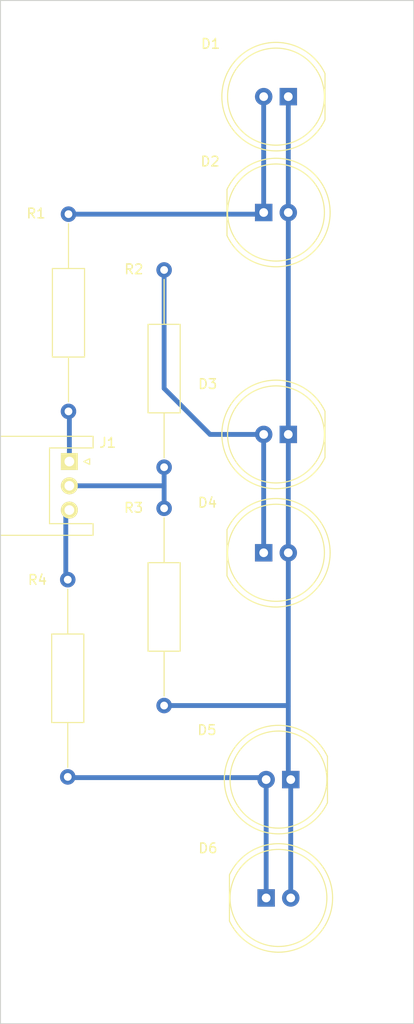
<source format=kicad_pcb>
(kicad_pcb (version 4) (host pcbnew 4.0.7)

  (general
    (links 16)
    (no_connects 1)
    (area 116.741 56.337999 163.626001 161.848001)
    (thickness 1.6)
    (drawings 5)
    (tracks 31)
    (zones 0)
    (modules 11)
    (nets 8)
  )

  (page A4)
  (layers
    (0 F.Cu signal hide)
    (31 B.Cu signal)
    (33 F.Adhes user)
    (35 F.Paste user)
    (37 F.SilkS user)
    (39 F.Mask user)
    (40 Dwgs.User user)
    (41 Cmts.User user)
    (42 Eco1.User user)
    (43 Eco2.User user)
    (44 Edge.Cuts user)
    (45 Margin user)
    (47 F.CrtYd user)
    (49 F.Fab user)
  )

  (setup
    (last_trace_width 0.5)
    (trace_clearance 0.2)
    (zone_clearance 0.508)
    (zone_45_only no)
    (trace_min 0.2)
    (segment_width 0.2)
    (edge_width 0.1)
    (via_size 0.6)
    (via_drill 0.4)
    (via_min_size 0.4)
    (via_min_drill 0.3)
    (uvia_size 0.3)
    (uvia_drill 0.1)
    (uvias_allowed no)
    (uvia_min_size 0.2)
    (uvia_min_drill 0.1)
    (pcb_text_width 0.3)
    (pcb_text_size 1.5 1.5)
    (mod_edge_width 0.15)
    (mod_text_size 1 1)
    (mod_text_width 0.15)
    (pad_size 1.5 1.5)
    (pad_drill 0.6)
    (pad_to_mask_clearance 0)
    (aux_axis_origin 0 0)
    (visible_elements 7FFFFFFF)
    (pcbplotparams
      (layerselection 0x00030_80000001)
      (usegerberextensions false)
      (excludeedgelayer true)
      (linewidth 0.100000)
      (plotframeref false)
      (viasonmask false)
      (mode 1)
      (useauxorigin false)
      (hpglpennumber 1)
      (hpglpenspeed 20)
      (hpglpendiameter 15)
      (hpglpenoverlay 2)
      (psnegative false)
      (psa4output false)
      (plotreference true)
      (plotvalue true)
      (plotinvisibletext false)
      (padsonsilk false)
      (subtractmaskfromsilk false)
      (outputformat 1)
      (mirror false)
      (drillshape 1)
      (scaleselection 1)
      (outputdirectory ""))
  )

  (net 0 "")
  (net 1 "Net-(D1-Pad1)")
  (net 2 "Net-(D1-Pad2)")
  (net 3 "Net-(D3-Pad2)")
  (net 4 "Net-(D5-Pad2)")
  (net 5 "Net-(J1-Pad1)")
  (net 6 "Net-(J1-Pad2)")
  (net 7 "Net-(J1-Pad3)")

  (net_class Default "Esta é a classe de net default."
    (clearance 0.2)
    (trace_width 0.5)
    (via_dia 0.6)
    (via_drill 0.4)
    (uvia_dia 0.3)
    (uvia_drill 0.1)
    (add_net "Net-(D1-Pad1)")
    (add_net "Net-(D1-Pad2)")
    (add_net "Net-(D3-Pad2)")
    (add_net "Net-(D5-Pad2)")
    (add_net "Net-(J1-Pad1)")
    (add_net "Net-(J1-Pad2)")
    (add_net "Net-(J1-Pad3)")
  )

  (module LEDs:LED_D10.0mm (layer F.Cu) (tedit 5C74A7CB) (tstamp 5C7499C2)
    (at 150.622 66.294 180)
    (descr "LED, diameter 10.0mm, 2 pins, http://cdn-reichelt.de/documents/datenblatt/A500/LED10-4500RT%23KIN.pdf")
    (tags "LED diameter 10.0mm 2 pins")
    (path /5C746191)
    (fp_text reference D1 (at 8.022 5.444 180) (layer F.SilkS)
      (effects (font (size 1 1) (thickness 0.15)))
    )
    (fp_text value LED (at -6.278 -5.281 180) (layer F.Fab)
      (effects (font (size 1 1) (thickness 0.15)))
    )
    (fp_arc (start 1.27 0) (end -3.73 -2.291288) (angle 310.8) (layer F.Fab) (width 0.1))
    (fp_arc (start 1.27 0) (end -3.79 -2.375816) (angle 154.8) (layer F.SilkS) (width 0.12))
    (fp_arc (start 1.27 0) (end -3.79 2.375816) (angle -154.8) (layer F.SilkS) (width 0.12))
    (fp_circle (center 1.27 0) (end 6.27 0) (layer F.Fab) (width 0.1))
    (fp_circle (center 1.27 0) (end 6.27 0) (layer F.SilkS) (width 0.12))
    (fp_line (start -3.73 -2.291288) (end -3.73 2.291288) (layer F.Fab) (width 0.1))
    (fp_line (start -3.79 -2.376) (end -3.79 2.376) (layer F.SilkS) (width 0.12))
    (fp_line (start -4.55 -5.85) (end -4.55 5.85) (layer F.CrtYd) (width 0.05))
    (fp_line (start -4.55 5.85) (end 7.1 5.85) (layer F.CrtYd) (width 0.05))
    (fp_line (start 7.1 5.85) (end 7.1 -5.85) (layer F.CrtYd) (width 0.05))
    (fp_line (start 7.1 -5.85) (end -4.55 -5.85) (layer F.CrtYd) (width 0.05))
    (pad 1 thru_hole rect (at 0 0 180) (size 1.8 1.8) (drill 0.9) (layers *.Cu *.Mask)
      (net 1 "Net-(D1-Pad1)"))
    (pad 2 thru_hole circle (at 2.54 0 180) (size 1.8 1.8) (drill 0.9) (layers *.Cu *.Mask)
      (net 2 "Net-(D1-Pad2)"))
    (model ${KISYS3DMOD}/LEDs.3dshapes/LED_D10.0mm.wrl
      (at (xyz 0 0 0))
      (scale (xyz 0.393701 0.393701 0.393701))
      (rotate (xyz 0 0 0))
    )
  )

  (module LEDs:LED_D10.0mm (layer F.Cu) (tedit 5C74A7D7) (tstamp 5C7499D3)
    (at 148.082 78.232)
    (descr "LED, diameter 10.0mm, 2 pins, http://cdn-reichelt.de/documents/datenblatt/A500/LED10-4500RT%23KIN.pdf")
    (tags "LED diameter 10.0mm 2 pins")
    (path /5C74622E)
    (fp_text reference D2 (at -5.532 -5.257) (layer F.SilkS)
      (effects (font (size 1 1) (thickness 0.15)))
    )
    (fp_text value LED (at 8.668 5.418) (layer F.Fab)
      (effects (font (size 1 1) (thickness 0.15)))
    )
    (fp_arc (start 1.27 0) (end -3.73 -2.291288) (angle 310.8) (layer F.Fab) (width 0.1))
    (fp_arc (start 1.27 0) (end -3.79 -2.375816) (angle 154.8) (layer F.SilkS) (width 0.12))
    (fp_arc (start 1.27 0) (end -3.79 2.375816) (angle -154.8) (layer F.SilkS) (width 0.12))
    (fp_circle (center 1.27 0) (end 6.27 0) (layer F.Fab) (width 0.1))
    (fp_circle (center 1.27 0) (end 6.27 0) (layer F.SilkS) (width 0.12))
    (fp_line (start -3.73 -2.291288) (end -3.73 2.291288) (layer F.Fab) (width 0.1))
    (fp_line (start -3.79 -2.376) (end -3.79 2.376) (layer F.SilkS) (width 0.12))
    (fp_line (start -4.55 -5.85) (end -4.55 5.85) (layer F.CrtYd) (width 0.05))
    (fp_line (start -4.55 5.85) (end 7.1 5.85) (layer F.CrtYd) (width 0.05))
    (fp_line (start 7.1 5.85) (end 7.1 -5.85) (layer F.CrtYd) (width 0.05))
    (fp_line (start 7.1 -5.85) (end -4.55 -5.85) (layer F.CrtYd) (width 0.05))
    (pad 1 thru_hole rect (at 0 0) (size 1.8 1.8) (drill 0.9) (layers *.Cu *.Mask)
      (net 2 "Net-(D1-Pad2)"))
    (pad 2 thru_hole circle (at 2.54 0) (size 1.8 1.8) (drill 0.9) (layers *.Cu *.Mask)
      (net 1 "Net-(D1-Pad1)"))
    (model ${KISYS3DMOD}/LEDs.3dshapes/LED_D10.0mm.wrl
      (at (xyz 0 0 0))
      (scale (xyz 0.393701 0.393701 0.393701))
      (rotate (xyz 0 0 0))
    )
  )

  (module LEDs:LED_D10.0mm (layer F.Cu) (tedit 5C74A80F) (tstamp 5C7499E4)
    (at 150.622 101.092 180)
    (descr "LED, diameter 10.0mm, 2 pins, http://cdn-reichelt.de/documents/datenblatt/A500/LED10-4500RT%23KIN.pdf")
    (tags "LED diameter 10.0mm 2 pins")
    (path /5C74645D)
    (fp_text reference D3 (at 8.322 5.192 180) (layer F.SilkS)
      (effects (font (size 1 1) (thickness 0.15)))
    )
    (fp_text value LED (at -6.203 -5.508 180) (layer F.Fab)
      (effects (font (size 1 1) (thickness 0.15)))
    )
    (fp_arc (start 1.27 0) (end -3.73 -2.291288) (angle 310.8) (layer F.Fab) (width 0.1))
    (fp_arc (start 1.27 0) (end -3.79 -2.375816) (angle 154.8) (layer F.SilkS) (width 0.12))
    (fp_arc (start 1.27 0) (end -3.79 2.375816) (angle -154.8) (layer F.SilkS) (width 0.12))
    (fp_circle (center 1.27 0) (end 6.27 0) (layer F.Fab) (width 0.1))
    (fp_circle (center 1.27 0) (end 6.27 0) (layer F.SilkS) (width 0.12))
    (fp_line (start -3.73 -2.291288) (end -3.73 2.291288) (layer F.Fab) (width 0.1))
    (fp_line (start -3.79 -2.376) (end -3.79 2.376) (layer F.SilkS) (width 0.12))
    (fp_line (start -4.55 -5.85) (end -4.55 5.85) (layer F.CrtYd) (width 0.05))
    (fp_line (start -4.55 5.85) (end 7.1 5.85) (layer F.CrtYd) (width 0.05))
    (fp_line (start 7.1 5.85) (end 7.1 -5.85) (layer F.CrtYd) (width 0.05))
    (fp_line (start 7.1 -5.85) (end -4.55 -5.85) (layer F.CrtYd) (width 0.05))
    (pad 1 thru_hole rect (at 0 0 180) (size 1.8 1.8) (drill 0.9) (layers *.Cu *.Mask)
      (net 1 "Net-(D1-Pad1)"))
    (pad 2 thru_hole circle (at 2.54 0 180) (size 1.8 1.8) (drill 0.9) (layers *.Cu *.Mask)
      (net 3 "Net-(D3-Pad2)"))
    (model ${KISYS3DMOD}/LEDs.3dshapes/LED_D10.0mm.wrl
      (at (xyz 0 0 0))
      (scale (xyz 0.393701 0.393701 0.393701))
      (rotate (xyz 0 0 0))
    )
  )

  (module LEDs:LED_D10.0mm (layer F.Cu) (tedit 5C74A81A) (tstamp 5C7499F5)
    (at 148.082 113.284)
    (descr "LED, diameter 10.0mm, 2 pins, http://cdn-reichelt.de/documents/datenblatt/A500/LED10-4500RT%23KIN.pdf")
    (tags "LED diameter 10.0mm 2 pins")
    (path /5C74649B)
    (fp_text reference D4 (at -5.807 -5.159) (layer F.SilkS)
      (effects (font (size 1 1) (thickness 0.15)))
    )
    (fp_text value LED (at 9.043 5.291) (layer F.Fab)
      (effects (font (size 1 1) (thickness 0.15)))
    )
    (fp_arc (start 1.27 0) (end -3.73 -2.291288) (angle 310.8) (layer F.Fab) (width 0.1))
    (fp_arc (start 1.27 0) (end -3.79 -2.375816) (angle 154.8) (layer F.SilkS) (width 0.12))
    (fp_arc (start 1.27 0) (end -3.79 2.375816) (angle -154.8) (layer F.SilkS) (width 0.12))
    (fp_circle (center 1.27 0) (end 6.27 0) (layer F.Fab) (width 0.1))
    (fp_circle (center 1.27 0) (end 6.27 0) (layer F.SilkS) (width 0.12))
    (fp_line (start -3.73 -2.291288) (end -3.73 2.291288) (layer F.Fab) (width 0.1))
    (fp_line (start -3.79 -2.376) (end -3.79 2.376) (layer F.SilkS) (width 0.12))
    (fp_line (start -4.55 -5.85) (end -4.55 5.85) (layer F.CrtYd) (width 0.05))
    (fp_line (start -4.55 5.85) (end 7.1 5.85) (layer F.CrtYd) (width 0.05))
    (fp_line (start 7.1 5.85) (end 7.1 -5.85) (layer F.CrtYd) (width 0.05))
    (fp_line (start 7.1 -5.85) (end -4.55 -5.85) (layer F.CrtYd) (width 0.05))
    (pad 1 thru_hole rect (at 0 0) (size 1.8 1.8) (drill 0.9) (layers *.Cu *.Mask)
      (net 3 "Net-(D3-Pad2)"))
    (pad 2 thru_hole circle (at 2.54 0) (size 1.8 1.8) (drill 0.9) (layers *.Cu *.Mask)
      (net 1 "Net-(D1-Pad1)"))
    (model ${KISYS3DMOD}/LEDs.3dshapes/LED_D10.0mm.wrl
      (at (xyz 0 0 0))
      (scale (xyz 0.393701 0.393701 0.393701))
      (rotate (xyz 0 0 0))
    )
  )

  (module LEDs:LED_D10.0mm (layer F.Cu) (tedit 5C74A8F9) (tstamp 5C749A06)
    (at 150.876 136.652 180)
    (descr "LED, diameter 10.0mm, 2 pins, http://cdn-reichelt.de/documents/datenblatt/A500/LED10-4500RT%23KIN.pdf")
    (tags "LED diameter 10.0mm 2 pins")
    (path /5C7464F6)
    (fp_text reference D5 (at 8.651 5.102 180) (layer F.SilkS)
      (effects (font (size 1 1) (thickness 0.15)))
    )
    (fp_text value LED (at -6.474 -5.448 180) (layer F.Fab)
      (effects (font (size 1 1) (thickness 0.15)))
    )
    (fp_arc (start 1.27 0) (end -3.73 -2.291288) (angle 310.8) (layer F.Fab) (width 0.1))
    (fp_arc (start 1.27 0) (end -3.79 -2.375816) (angle 154.8) (layer F.SilkS) (width 0.12))
    (fp_arc (start 1.27 0) (end -3.79 2.375816) (angle -154.8) (layer F.SilkS) (width 0.12))
    (fp_circle (center 1.27 0) (end 6.27 0) (layer F.Fab) (width 0.1))
    (fp_circle (center 1.27 0) (end 6.27 0) (layer F.SilkS) (width 0.12))
    (fp_line (start -3.73 -2.291288) (end -3.73 2.291288) (layer F.Fab) (width 0.1))
    (fp_line (start -3.79 -2.376) (end -3.79 2.376) (layer F.SilkS) (width 0.12))
    (fp_line (start -4.55 -5.85) (end -4.55 5.85) (layer F.CrtYd) (width 0.05))
    (fp_line (start -4.55 5.85) (end 7.1 5.85) (layer F.CrtYd) (width 0.05))
    (fp_line (start 7.1 5.85) (end 7.1 -5.85) (layer F.CrtYd) (width 0.05))
    (fp_line (start 7.1 -5.85) (end -4.55 -5.85) (layer F.CrtYd) (width 0.05))
    (pad 1 thru_hole rect (at 0 0 180) (size 1.8 1.8) (drill 0.9) (layers *.Cu *.Mask)
      (net 1 "Net-(D1-Pad1)"))
    (pad 2 thru_hole circle (at 2.54 0 180) (size 1.8 1.8) (drill 0.9) (layers *.Cu *.Mask)
      (net 4 "Net-(D5-Pad2)"))
    (model ${KISYS3DMOD}/LEDs.3dshapes/LED_D10.0mm.wrl
      (at (xyz 0 0 0))
      (scale (xyz 0.393701 0.393701 0.393701))
      (rotate (xyz 0 0 0))
    )
  )

  (module LEDs:LED_D10.0mm (layer F.Cu) (tedit 5C74A906) (tstamp 5C749A17)
    (at 148.336 148.844)
    (descr "LED, diameter 10.0mm, 2 pins, http://cdn-reichelt.de/documents/datenblatt/A500/LED10-4500RT%23KIN.pdf")
    (tags "LED diameter 10.0mm 2 pins")
    (path /5C74653A)
    (fp_text reference D6 (at -6.011 -5.119) (layer F.SilkS)
      (effects (font (size 1 1) (thickness 0.15)))
    )
    (fp_text value LED (at 8.914 5.506) (layer F.Fab)
      (effects (font (size 1 1) (thickness 0.15)))
    )
    (fp_arc (start 1.27 0) (end -3.73 -2.291288) (angle 310.8) (layer F.Fab) (width 0.1))
    (fp_arc (start 1.27 0) (end -3.79 -2.375816) (angle 154.8) (layer F.SilkS) (width 0.12))
    (fp_arc (start 1.27 0) (end -3.79 2.375816) (angle -154.8) (layer F.SilkS) (width 0.12))
    (fp_circle (center 1.27 0) (end 6.27 0) (layer F.Fab) (width 0.1))
    (fp_circle (center 1.27 0) (end 6.27 0) (layer F.SilkS) (width 0.12))
    (fp_line (start -3.73 -2.291288) (end -3.73 2.291288) (layer F.Fab) (width 0.1))
    (fp_line (start -3.79 -2.376) (end -3.79 2.376) (layer F.SilkS) (width 0.12))
    (fp_line (start -4.55 -5.85) (end -4.55 5.85) (layer F.CrtYd) (width 0.05))
    (fp_line (start -4.55 5.85) (end 7.1 5.85) (layer F.CrtYd) (width 0.05))
    (fp_line (start 7.1 5.85) (end 7.1 -5.85) (layer F.CrtYd) (width 0.05))
    (fp_line (start 7.1 -5.85) (end -4.55 -5.85) (layer F.CrtYd) (width 0.05))
    (pad 1 thru_hole rect (at 0 0) (size 1.8 1.8) (drill 0.9) (layers *.Cu *.Mask)
      (net 4 "Net-(D5-Pad2)"))
    (pad 2 thru_hole circle (at 2.54 0) (size 1.8 1.8) (drill 0.9) (layers *.Cu *.Mask)
      (net 1 "Net-(D1-Pad1)"))
    (model ${KISYS3DMOD}/LEDs.3dshapes/LED_D10.0mm.wrl
      (at (xyz 0 0 0))
      (scale (xyz 0.393701 0.393701 0.393701))
      (rotate (xyz 0 0 0))
    )
  )

  (module Resistors_THT:R_Axial_DIN0309_L9.0mm_D3.2mm_P20.32mm_Horizontal (layer F.Cu) (tedit 5C74A963) (tstamp 5C749A4A)
    (at 127.925 78.4 270)
    (descr "Resistor, Axial_DIN0309 series, Axial, Horizontal, pin pitch=20.32mm, 0.5W = 1/2W, length*diameter=9*3.2mm^2, http://cdn-reichelt.de/documents/datenblatt/B400/1_4W%23YAG.pdf")
    (tags "Resistor Axial_DIN0309 series Axial Horizontal pin pitch 20.32mm 0.5W = 1/2W length 9mm diameter 3.2mm")
    (path /5C745FEF)
    (fp_text reference R1 (at -0.075 3.35 360) (layer F.SilkS)
      (effects (font (size 1 1) (thickness 0.15)))
    )
    (fp_text value 10K (at 9.825 3.975 360) (layer F.Fab)
      (effects (font (size 1 1) (thickness 0.15)))
    )
    (fp_line (start 5.66 -1.6) (end 5.66 1.6) (layer F.Fab) (width 0.1))
    (fp_line (start 5.66 1.6) (end 14.66 1.6) (layer F.Fab) (width 0.1))
    (fp_line (start 14.66 1.6) (end 14.66 -1.6) (layer F.Fab) (width 0.1))
    (fp_line (start 14.66 -1.6) (end 5.66 -1.6) (layer F.Fab) (width 0.1))
    (fp_line (start 0 0) (end 5.66 0) (layer F.Fab) (width 0.1))
    (fp_line (start 20.32 0) (end 14.66 0) (layer F.Fab) (width 0.1))
    (fp_line (start 5.6 -1.66) (end 5.6 1.66) (layer F.SilkS) (width 0.12))
    (fp_line (start 5.6 1.66) (end 14.72 1.66) (layer F.SilkS) (width 0.12))
    (fp_line (start 14.72 1.66) (end 14.72 -1.66) (layer F.SilkS) (width 0.12))
    (fp_line (start 14.72 -1.66) (end 5.6 -1.66) (layer F.SilkS) (width 0.12))
    (fp_line (start 0.98 0) (end 5.6 0) (layer F.SilkS) (width 0.12))
    (fp_line (start 19.34 0) (end 14.72 0) (layer F.SilkS) (width 0.12))
    (fp_line (start -1.05 -1.95) (end -1.05 1.95) (layer F.CrtYd) (width 0.05))
    (fp_line (start -1.05 1.95) (end 21.4 1.95) (layer F.CrtYd) (width 0.05))
    (fp_line (start 21.4 1.95) (end 21.4 -1.95) (layer F.CrtYd) (width 0.05))
    (fp_line (start 21.4 -1.95) (end -1.05 -1.95) (layer F.CrtYd) (width 0.05))
    (pad 1 thru_hole circle (at 0 0 270) (size 1.6 1.6) (drill 0.8) (layers *.Cu *.Mask)
      (net 2 "Net-(D1-Pad2)"))
    (pad 2 thru_hole oval (at 20.32 0 270) (size 1.6 1.6) (drill 0.8) (layers *.Cu *.Mask)
      (net 5 "Net-(J1-Pad1)"))
    (model ${KISYS3DMOD}/Resistors_THT.3dshapes/R_Axial_DIN0309_L9.0mm_D3.2mm_P20.32mm_Horizontal.wrl
      (at (xyz 0 0 0))
      (scale (xyz 0.393701 0.393701 0.393701))
      (rotate (xyz 0 0 0))
    )
  )

  (module Resistors_THT:R_Axial_DIN0309_L9.0mm_D3.2mm_P20.32mm_Horizontal (layer F.Cu) (tedit 5C74A9AE) (tstamp 5C749A80)
    (at 127.85 136.375 90)
    (descr "Resistor, Axial_DIN0309 series, Axial, Horizontal, pin pitch=20.32mm, 0.5W = 1/2W, length*diameter=9*3.2mm^2, http://cdn-reichelt.de/documents/datenblatt/B400/1_4W%23YAG.pdf")
    (tags "Resistor Axial_DIN0309 series Axial Horizontal pin pitch 20.32mm 0.5W = 1/2W length 9mm diameter 3.2mm")
    (path /5C746155)
    (fp_text reference R4 (at 20.3 -3.125 180) (layer F.SilkS)
      (effects (font (size 1 1) (thickness 0.15)))
    )
    (fp_text value 10K (at 10.275 -3.6 180) (layer F.Fab)
      (effects (font (size 1 1) (thickness 0.15)))
    )
    (fp_line (start 5.66 -1.6) (end 5.66 1.6) (layer F.Fab) (width 0.1))
    (fp_line (start 5.66 1.6) (end 14.66 1.6) (layer F.Fab) (width 0.1))
    (fp_line (start 14.66 1.6) (end 14.66 -1.6) (layer F.Fab) (width 0.1))
    (fp_line (start 14.66 -1.6) (end 5.66 -1.6) (layer F.Fab) (width 0.1))
    (fp_line (start 0 0) (end 5.66 0) (layer F.Fab) (width 0.1))
    (fp_line (start 20.32 0) (end 14.66 0) (layer F.Fab) (width 0.1))
    (fp_line (start 5.6 -1.66) (end 5.6 1.66) (layer F.SilkS) (width 0.12))
    (fp_line (start 5.6 1.66) (end 14.72 1.66) (layer F.SilkS) (width 0.12))
    (fp_line (start 14.72 1.66) (end 14.72 -1.66) (layer F.SilkS) (width 0.12))
    (fp_line (start 14.72 -1.66) (end 5.6 -1.66) (layer F.SilkS) (width 0.12))
    (fp_line (start 0.98 0) (end 5.6 0) (layer F.SilkS) (width 0.12))
    (fp_line (start 19.34 0) (end 14.72 0) (layer F.SilkS) (width 0.12))
    (fp_line (start -1.05 -1.95) (end -1.05 1.95) (layer F.CrtYd) (width 0.05))
    (fp_line (start -1.05 1.95) (end 21.4 1.95) (layer F.CrtYd) (width 0.05))
    (fp_line (start 21.4 1.95) (end 21.4 -1.95) (layer F.CrtYd) (width 0.05))
    (fp_line (start 21.4 -1.95) (end -1.05 -1.95) (layer F.CrtYd) (width 0.05))
    (pad 1 thru_hole circle (at 0 0 90) (size 1.6 1.6) (drill 0.8) (layers *.Cu *.Mask)
      (net 4 "Net-(D5-Pad2)"))
    (pad 2 thru_hole oval (at 20.32 0 90) (size 1.6 1.6) (drill 0.8) (layers *.Cu *.Mask)
      (net 7 "Net-(J1-Pad3)"))
    (model ${KISYS3DMOD}/Resistors_THT.3dshapes/R_Axial_DIN0309_L9.0mm_D3.2mm_P20.32mm_Horizontal.wrl
      (at (xyz 0 0 0))
      (scale (xyz 0.393701 0.393701 0.393701))
      (rotate (xyz 0 0 0))
    )
  )

  (module Resistors_THT:R_Axial_DIN0309_L9.0mm_D3.2mm_P20.32mm_Horizontal (layer F.Cu) (tedit 5C74A97D) (tstamp 5C749A5C)
    (at 137.8 84.15 270)
    (descr "Resistor, Axial_DIN0309 series, Axial, Horizontal, pin pitch=20.32mm, 0.5W = 1/2W, length*diameter=9*3.2mm^2, http://cdn-reichelt.de/documents/datenblatt/B400/1_4W%23YAG.pdf")
    (tags "Resistor Axial_DIN0309 series Axial Horizontal pin pitch 20.32mm 0.5W = 1/2W length 9mm diameter 3.2mm")
    (path /5C7460C0)
    (fp_text reference R2 (at -0.075 3.125 360) (layer F.SilkS)
      (effects (font (size 1 1) (thickness 0.15)))
    )
    (fp_text value 10K (at 9.525 3.625 360) (layer F.Fab)
      (effects (font (size 1 1) (thickness 0.15)))
    )
    (fp_line (start 5.66 -1.6) (end 5.66 1.6) (layer F.Fab) (width 0.1))
    (fp_line (start 5.66 1.6) (end 14.66 1.6) (layer F.Fab) (width 0.1))
    (fp_line (start 14.66 1.6) (end 14.66 -1.6) (layer F.Fab) (width 0.1))
    (fp_line (start 14.66 -1.6) (end 5.66 -1.6) (layer F.Fab) (width 0.1))
    (fp_line (start 0 0) (end 5.66 0) (layer F.Fab) (width 0.1))
    (fp_line (start 20.32 0) (end 14.66 0) (layer F.Fab) (width 0.1))
    (fp_line (start 5.6 -1.66) (end 5.6 1.66) (layer F.SilkS) (width 0.12))
    (fp_line (start 5.6 1.66) (end 14.72 1.66) (layer F.SilkS) (width 0.12))
    (fp_line (start 14.72 1.66) (end 14.72 -1.66) (layer F.SilkS) (width 0.12))
    (fp_line (start 14.72 -1.66) (end 5.6 -1.66) (layer F.SilkS) (width 0.12))
    (fp_line (start 0.98 0) (end 5.6 0) (layer F.SilkS) (width 0.12))
    (fp_line (start 19.34 0) (end 14.72 0) (layer F.SilkS) (width 0.12))
    (fp_line (start -1.05 -1.95) (end -1.05 1.95) (layer F.CrtYd) (width 0.05))
    (fp_line (start -1.05 1.95) (end 21.4 1.95) (layer F.CrtYd) (width 0.05))
    (fp_line (start 21.4 1.95) (end 21.4 -1.95) (layer F.CrtYd) (width 0.05))
    (fp_line (start 21.4 -1.95) (end -1.05 -1.95) (layer F.CrtYd) (width 0.05))
    (pad 1 thru_hole circle (at 0 0 270) (size 1.6 1.6) (drill 0.8) (layers *.Cu *.Mask)
      (net 3 "Net-(D3-Pad2)"))
    (pad 2 thru_hole oval (at 20.32 0 270) (size 1.6 1.6) (drill 0.8) (layers *.Cu *.Mask)
      (net 6 "Net-(J1-Pad2)"))
    (model ${KISYS3DMOD}/Resistors_THT.3dshapes/R_Axial_DIN0309_L9.0mm_D3.2mm_P20.32mm_Horizontal.wrl
      (at (xyz 0 0 0))
      (scale (xyz 0.393701 0.393701 0.393701))
      (rotate (xyz 0 0 0))
    )
  )

  (module Resistors_THT:R_Axial_DIN0309_L9.0mm_D3.2mm_P20.32mm_Horizontal (layer F.Cu) (tedit 5C74A999) (tstamp 5C749A6E)
    (at 137.8 129.025 90)
    (descr "Resistor, Axial_DIN0309 series, Axial, Horizontal, pin pitch=20.32mm, 0.5W = 1/2W, length*diameter=9*3.2mm^2, http://cdn-reichelt.de/documents/datenblatt/B400/1_4W%23YAG.pdf")
    (tags "Resistor Axial_DIN0309 series Axial Horizontal pin pitch 20.32mm 0.5W = 1/2W length 9mm diameter 3.2mm")
    (path /5C7460F5)
    (fp_text reference R3 (at 20.375 -3.15 180) (layer F.SilkS)
      (effects (font (size 1 1) (thickness 0.15)))
    )
    (fp_text value 10K (at 10.425 -3.7 180) (layer F.Fab)
      (effects (font (size 1 1) (thickness 0.15)))
    )
    (fp_line (start 5.66 -1.6) (end 5.66 1.6) (layer F.Fab) (width 0.1))
    (fp_line (start 5.66 1.6) (end 14.66 1.6) (layer F.Fab) (width 0.1))
    (fp_line (start 14.66 1.6) (end 14.66 -1.6) (layer F.Fab) (width 0.1))
    (fp_line (start 14.66 -1.6) (end 5.66 -1.6) (layer F.Fab) (width 0.1))
    (fp_line (start 0 0) (end 5.66 0) (layer F.Fab) (width 0.1))
    (fp_line (start 20.32 0) (end 14.66 0) (layer F.Fab) (width 0.1))
    (fp_line (start 5.6 -1.66) (end 5.6 1.66) (layer F.SilkS) (width 0.12))
    (fp_line (start 5.6 1.66) (end 14.72 1.66) (layer F.SilkS) (width 0.12))
    (fp_line (start 14.72 1.66) (end 14.72 -1.66) (layer F.SilkS) (width 0.12))
    (fp_line (start 14.72 -1.66) (end 5.6 -1.66) (layer F.SilkS) (width 0.12))
    (fp_line (start 0.98 0) (end 5.6 0) (layer F.SilkS) (width 0.12))
    (fp_line (start 19.34 0) (end 14.72 0) (layer F.SilkS) (width 0.12))
    (fp_line (start -1.05 -1.95) (end -1.05 1.95) (layer F.CrtYd) (width 0.05))
    (fp_line (start -1.05 1.95) (end 21.4 1.95) (layer F.CrtYd) (width 0.05))
    (fp_line (start 21.4 1.95) (end 21.4 -1.95) (layer F.CrtYd) (width 0.05))
    (fp_line (start 21.4 -1.95) (end -1.05 -1.95) (layer F.CrtYd) (width 0.05))
    (pad 1 thru_hole circle (at 0 0 90) (size 1.6 1.6) (drill 0.8) (layers *.Cu *.Mask)
      (net 1 "Net-(D1-Pad1)"))
    (pad 2 thru_hole oval (at 20.32 0 90) (size 1.6 1.6) (drill 0.8) (layers *.Cu *.Mask)
      (net 6 "Net-(J1-Pad2)"))
    (model ${KISYS3DMOD}/Resistors_THT.3dshapes/R_Axial_DIN0309_L9.0mm_D3.2mm_P20.32mm_Horizontal.wrl
      (at (xyz 0 0 0))
      (scale (xyz 0.393701 0.393701 0.393701))
      (rotate (xyz 0 0 0))
    )
  )

  (module Connectors_JST:JST_XH_S03B-XH-A_03x2.50mm_Angled (layer F.Cu) (tedit 5C74A9D1) (tstamp 5C749A38)
    (at 128.016 103.886 270)
    (descr "JST XH series connector, S03B-XH-A, side entry type, through hole")
    (tags "connector jst xh tht side horizontal angled 2.50mm")
    (path /5C745F18)
    (fp_text reference J1 (at -1.936 -3.959 360) (layer F.SilkS)
      (effects (font (size 1 1) (thickness 0.15)))
    )
    (fp_text value Conectors (at 8.739 3.241 360) (layer F.Fab)
      (effects (font (size 1 1) (thickness 0.15)))
    )
    (fp_line (start -2.45 -2.3) (end -2.45 9.2) (layer F.Fab) (width 0.1))
    (fp_line (start -2.45 9.2) (end 7.45 9.2) (layer F.Fab) (width 0.1))
    (fp_line (start 7.45 9.2) (end 7.45 -2.3) (layer F.Fab) (width 0.1))
    (fp_line (start 7.45 -2.3) (end -2.45 -2.3) (layer F.Fab) (width 0.1))
    (fp_line (start -2.95 -2.8) (end -2.95 9.7) (layer F.CrtYd) (width 0.05))
    (fp_line (start -2.95 9.7) (end 7.95 9.7) (layer F.CrtYd) (width 0.05))
    (fp_line (start 7.95 9.7) (end 7.95 -2.8) (layer F.CrtYd) (width 0.05))
    (fp_line (start 7.95 -2.8) (end -2.95 -2.8) (layer F.CrtYd) (width 0.05))
    (fp_line (start 2.5 9.35) (end -2.6 9.35) (layer F.SilkS) (width 0.12))
    (fp_line (start -2.6 9.35) (end -2.6 -2.45) (layer F.SilkS) (width 0.12))
    (fp_line (start -2.6 -2.45) (end -1.4 -2.45) (layer F.SilkS) (width 0.12))
    (fp_line (start -1.4 -2.45) (end -1.4 2.05) (layer F.SilkS) (width 0.12))
    (fp_line (start -1.4 2.05) (end 2.5 2.05) (layer F.SilkS) (width 0.12))
    (fp_line (start 2.5 9.35) (end 7.6 9.35) (layer F.SilkS) (width 0.12))
    (fp_line (start 7.6 9.35) (end 7.6 -2.45) (layer F.SilkS) (width 0.12))
    (fp_line (start 7.6 -2.45) (end 6.4 -2.45) (layer F.SilkS) (width 0.12))
    (fp_line (start 6.4 -2.45) (end 6.4 2.05) (layer F.SilkS) (width 0.12))
    (fp_line (start 6.4 2.05) (end 2.5 2.05) (layer F.SilkS) (width 0.12))
    (fp_line (start -0.25 3.45) (end -0.25 8.7) (layer F.Fab) (width 0.1))
    (fp_line (start -0.25 8.7) (end 0.25 8.7) (layer F.Fab) (width 0.1))
    (fp_line (start 0.25 8.7) (end 0.25 3.45) (layer F.Fab) (width 0.1))
    (fp_line (start 0.25 3.45) (end -0.25 3.45) (layer F.Fab) (width 0.1))
    (fp_line (start 2.25 3.45) (end 2.25 8.7) (layer F.Fab) (width 0.1))
    (fp_line (start 2.25 8.7) (end 2.75 8.7) (layer F.Fab) (width 0.1))
    (fp_line (start 2.75 8.7) (end 2.75 3.45) (layer F.Fab) (width 0.1))
    (fp_line (start 2.75 3.45) (end 2.25 3.45) (layer F.Fab) (width 0.1))
    (fp_line (start 4.75 3.45) (end 4.75 8.7) (layer F.Fab) (width 0.1))
    (fp_line (start 4.75 8.7) (end 5.25 8.7) (layer F.Fab) (width 0.1))
    (fp_line (start 5.25 8.7) (end 5.25 3.45) (layer F.Fab) (width 0.1))
    (fp_line (start 5.25 3.45) (end 4.75 3.45) (layer F.Fab) (width 0.1))
    (fp_line (start 0 -1.5) (end -0.3 -2.1) (layer F.SilkS) (width 0.12))
    (fp_line (start -0.3 -2.1) (end 0.3 -2.1) (layer F.SilkS) (width 0.12))
    (fp_line (start 0.3 -2.1) (end 0 -1.5) (layer F.SilkS) (width 0.12))
    (fp_line (start 0 -1.5) (end -0.3 -2.1) (layer F.Fab) (width 0.1))
    (fp_line (start -0.3 -2.1) (end 0.3 -2.1) (layer F.Fab) (width 0.1))
    (fp_line (start 0.3 -2.1) (end 0 -1.5) (layer F.Fab) (width 0.1))
    (fp_text user %R (at 2.5 2.25 270) (layer F.Fab)
      (effects (font (size 1 1) (thickness 0.15)))
    )
    (pad 1 thru_hole rect (at 0 0 270) (size 1.75 1.75) (drill 1) (layers *.Cu *.Mask F.SilkS)
      (net 5 "Net-(J1-Pad1)"))
    (pad 2 thru_hole circle (at 2.5 0 270) (size 1.75 1.75) (drill 1) (layers *.Cu *.Mask F.SilkS)
      (net 6 "Net-(J1-Pad2)"))
    (pad 3 thru_hole circle (at 5 0 270) (size 1.75 1.75) (drill 1) (layers *.Cu *.Mask F.SilkS)
      (net 7 "Net-(J1-Pad3)"))
    (model Connectors_JST.3dshapes/JST_XH_S03B-XH-A_03x2.50mm_Angled.wrl
      (at (xyz 0 0 0))
      (scale (xyz 1 1 1))
      (rotate (xyz 0 0 0))
    )
  )

  (gr_line (start 120.904 56.388) (end 121.158 56.388) (angle 90) (layer Edge.Cuts) (width 0.1))
  (gr_line (start 120.904 161.798) (end 120.904 56.388) (angle 90) (layer Edge.Cuts) (width 0.1))
  (gr_line (start 163.576 161.798) (end 120.904 161.798) (angle 90) (layer Edge.Cuts) (width 0.1))
  (gr_line (start 163.576 56.388) (end 163.576 161.798) (angle 90) (layer Edge.Cuts) (width 0.1))
  (gr_line (start 121.158 56.388) (end 163.576 56.388) (angle 90) (layer Edge.Cuts) (width 0.1))

  (segment (start 137.8 129.025) (end 150.544 129.025) (width 0.5) (layer B.Cu) (net 1))
  (segment (start 150.544 129.025) (end 150.622 129.103) (width 0.5) (layer B.Cu) (net 1) (tstamp 5C74A2B7))
  (segment (start 150.876 136.652) (end 150.876 148.844) (width 0.5) (layer B.Cu) (net 1))
  (segment (start 150.622 113.284) (end 150.622 129.103) (width 0.5) (layer B.Cu) (net 1))
  (segment (start 150.622 129.103) (end 150.622 136.398) (width 0.5) (layer B.Cu) (net 1) (tstamp 5C74A2CA))
  (segment (start 150.622 136.398) (end 150.876 136.652) (width 0.5) (layer B.Cu) (net 1) (tstamp 5C749ED8))
  (segment (start 150.622 101.092) (end 150.622 113.284) (width 0.5) (layer B.Cu) (net 1))
  (segment (start 150.622 78.232) (end 150.622 101.092) (width 0.5) (layer B.Cu) (net 1))
  (segment (start 150.622 66.294) (end 150.622 78.232) (width 0.5) (layer B.Cu) (net 1))
  (segment (start 127.925 78.4) (end 147.914 78.4) (width 0.5) (layer B.Cu) (net 2))
  (segment (start 147.914 78.4) (end 148.082 78.232) (width 0.5) (layer B.Cu) (net 2) (tstamp 5C74A15F))
  (segment (start 147.828 77.978) (end 148.082 78.232) (width 0.5) (layer B.Cu) (net 2) (tstamp 5C749EF9))
  (segment (start 148.082 66.294) (end 148.082 78.232) (width 0.5) (layer B.Cu) (net 2))
  (segment (start 137.8 84.15) (end 137.8 96.35) (width 0.5) (layer B.Cu) (net 3))
  (segment (start 142.542 101.092) (end 148.082 101.092) (width 0.5) (layer B.Cu) (net 3) (tstamp 5C74A2A4))
  (segment (start 137.8 96.35) (end 142.542 101.092) (width 0.5) (layer B.Cu) (net 3) (tstamp 5C74A29E))
  (segment (start 147.828 101.346) (end 148.082 101.092) (width 0.5) (layer B.Cu) (net 3) (tstamp 5C749F29))
  (segment (start 147.828 101.346) (end 148.082 101.6) (width 0.5) (layer B.Cu) (net 3) (tstamp 5C749EDD))
  (segment (start 148.082 101.6) (end 148.082 113.284) (width 0.5) (layer B.Cu) (net 3) (tstamp 5C749EDE))
  (segment (start 127.65 136.45) (end 148.134 136.45) (width 0.5) (layer B.Cu) (net 4))
  (segment (start 148.134 136.45) (end 148.336 136.652) (width 0.5) (layer B.Cu) (net 4) (tstamp 5C74A1B5))
  (segment (start 148.082 136.906) (end 148.336 136.652) (width 0.5) (layer B.Cu) (net 4) (tstamp 5C749F10))
  (segment (start 148.082 136.906) (end 148.336 137.16) (width 0.5) (layer B.Cu) (net 4) (tstamp 5C749EE1))
  (segment (start 148.336 137.16) (end 148.336 148.844) (width 0.5) (layer B.Cu) (net 4) (tstamp 5C749EE2))
  (segment (start 128.016 103.886) (end 128.016 98.811) (width 0.5) (layer B.Cu) (net 5))
  (segment (start 128.016 98.811) (end 127.925 98.72) (width 0.5) (layer B.Cu) (net 5) (tstamp 5C74A162))
  (segment (start 137.8 104.47) (end 137.8 108.705) (width 0.5) (layer B.Cu) (net 6))
  (segment (start 128.016 106.386) (end 137.789 106.386) (width 0.5) (layer B.Cu) (net 6))
  (segment (start 137.789 106.386) (end 137.8 106.375) (width 0.5) (layer B.Cu) (net 6) (tstamp 5C74A299))
  (segment (start 127.65 116.13) (end 127.65 109.252) (width 0.5) (layer B.Cu) (net 7))
  (segment (start 127.65 109.252) (end 128.016 108.886) (width 0.5) (layer B.Cu) (net 7) (tstamp 5C74A1BF))

)

</source>
